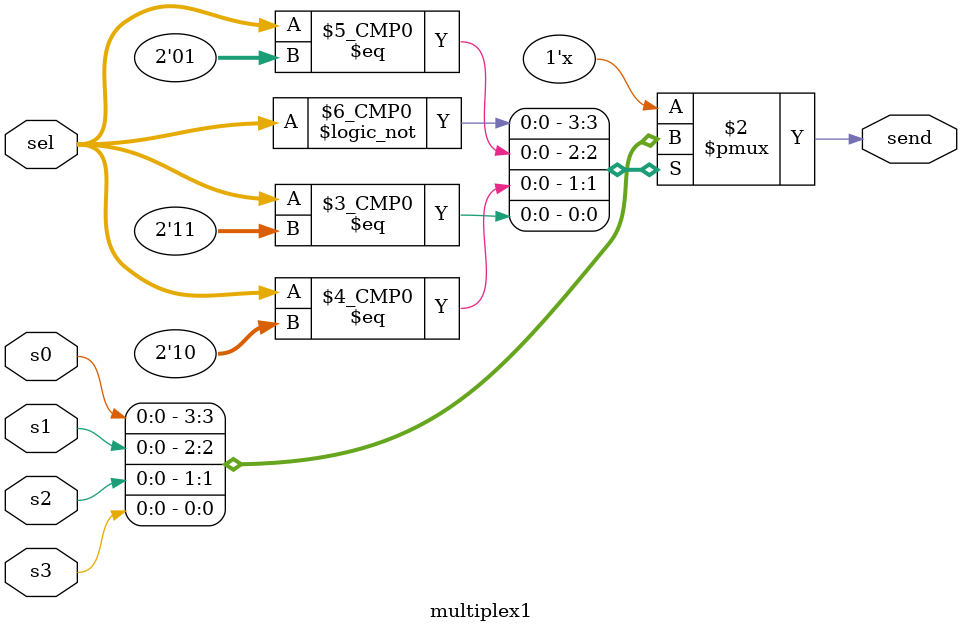
<source format=v>
module multiplex1 (output reg send, input [1:0]sel, input s0, input s1 ,input s2 , input s3);
always@(sel or s0 or s1 or s2 or s3)
begin
case (sel)
	'b00:send=s0; 
	'b01:send=s1;
	'b10:send=s2;
 	'b11:send=s3;
	endcase
end
endmodule

</source>
